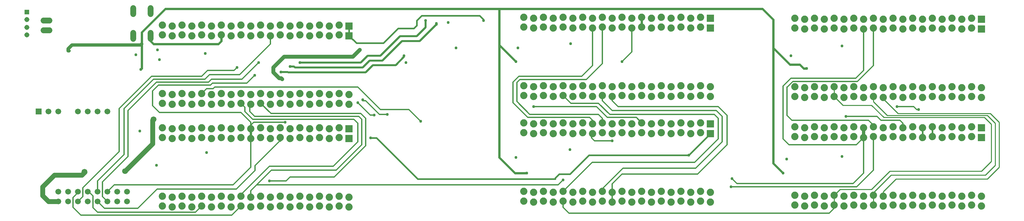
<source format=gbr>
G04 EAGLE Gerber RS-274X export*
G75*
%MOMM*%
%FSLAX34Y34*%
%LPD*%
%INBottom Copper*%
%IPPOS*%
%AMOC8*
5,1,8,0,0,1.08239X$1,22.5*%
G01*
%ADD10R,1.879600X1.879600*%
%ADD11C,1.879600*%
%ADD12R,1.508000X1.508000*%
%ADD13C,1.508000*%
%ADD14C,1.524000*%
%ADD15R,1.308000X1.308000*%
%ADD16C,1.308000*%
%ADD17C,1.270000*%
%ADD18C,1.500000*%
%ADD19C,0.756400*%
%ADD20C,0.304800*%
%ADD21C,0.609600*%
%ADD22C,0.508000*%
%ADD23C,0.406400*%
%ADD24C,0.812800*%
%ADD25C,0.254000*%
%ADD26C,1.016000*%


D10*
X878840Y481330D03*
D11*
X853440Y483870D03*
X828040Y481330D03*
X802640Y483870D03*
X777240Y481330D03*
X751840Y483870D03*
X726440Y481330D03*
X701040Y483870D03*
X675640Y481330D03*
X650240Y483870D03*
X624840Y481330D03*
X599440Y483870D03*
X574040Y481330D03*
X548640Y483870D03*
X523240Y481330D03*
X497840Y483870D03*
X472440Y481330D03*
X447040Y483870D03*
X421640Y481330D03*
X396240Y483870D03*
X396240Y331470D03*
X421640Y328930D03*
X447040Y331470D03*
X472440Y328930D03*
X497840Y331470D03*
X523240Y328930D03*
X548640Y331470D03*
X574040Y328930D03*
X599440Y331470D03*
X624840Y328930D03*
X650240Y331470D03*
X675640Y328930D03*
X701040Y331470D03*
X726440Y328930D03*
X751840Y331470D03*
X777240Y328930D03*
X802640Y331470D03*
X828040Y328930D03*
X853440Y331470D03*
X878840Y328930D03*
X396240Y306070D03*
X421640Y303530D03*
X447040Y306070D03*
X472440Y303530D03*
X497840Y306070D03*
X523240Y303530D03*
X548640Y306070D03*
X574040Y303530D03*
X599440Y306070D03*
X624840Y303530D03*
X650240Y306070D03*
X675640Y303530D03*
X701040Y306070D03*
X726440Y303530D03*
X751840Y306070D03*
X777240Y303530D03*
X802640Y306070D03*
X828040Y303530D03*
X853440Y306070D03*
X878840Y303530D03*
D10*
X878840Y506730D03*
D11*
X853440Y509270D03*
X828040Y506730D03*
X802640Y509270D03*
X777240Y506730D03*
X751840Y509270D03*
X726440Y506730D03*
X701040Y509270D03*
X675640Y506730D03*
X650240Y509270D03*
X624840Y506730D03*
X599440Y509270D03*
X574040Y506730D03*
X548640Y509270D03*
X523240Y506730D03*
X497840Y509270D03*
X472440Y506730D03*
X447040Y509270D03*
X421640Y506730D03*
X396240Y509270D03*
D12*
X76200Y284660D03*
D13*
X101600Y284660D03*
X127000Y284660D03*
X177800Y284660D03*
X203200Y284660D03*
X228600Y284660D03*
X254000Y284660D03*
D14*
X104140Y520700D02*
X88900Y520700D01*
X88900Y495300D02*
X104140Y495300D01*
D15*
X45720Y543080D03*
D16*
X45720Y523080D03*
X45720Y503080D03*
X45720Y483080D03*
D13*
X127000Y50800D03*
X127000Y76200D03*
X152400Y50800D03*
X152400Y76200D03*
X177800Y50800D03*
X177800Y76200D03*
X203200Y50800D03*
X203200Y76200D03*
X228600Y50800D03*
X228600Y76200D03*
X254000Y50800D03*
X254000Y76200D03*
X279400Y50800D03*
X279400Y76200D03*
X304800Y50800D03*
X304800Y76200D03*
D10*
X878840Y214630D03*
D11*
X853440Y217170D03*
X828040Y214630D03*
X802640Y217170D03*
X777240Y214630D03*
X751840Y217170D03*
X726440Y214630D03*
X701040Y217170D03*
X675640Y214630D03*
X650240Y217170D03*
X624840Y214630D03*
X599440Y217170D03*
X574040Y214630D03*
X548640Y217170D03*
X523240Y214630D03*
X497840Y217170D03*
X472440Y214630D03*
X447040Y217170D03*
X421640Y214630D03*
X396240Y217170D03*
X396240Y64770D03*
X421640Y62230D03*
X447040Y64770D03*
X472440Y62230D03*
X497840Y64770D03*
X523240Y62230D03*
X548640Y64770D03*
X574040Y62230D03*
X599440Y64770D03*
X624840Y62230D03*
X650240Y64770D03*
X675640Y62230D03*
X701040Y64770D03*
X726440Y62230D03*
X751840Y64770D03*
X777240Y62230D03*
X802640Y64770D03*
X828040Y62230D03*
X853440Y64770D03*
X878840Y62230D03*
X396240Y39370D03*
X421640Y36830D03*
X447040Y39370D03*
X472440Y36830D03*
X497840Y39370D03*
X523240Y36830D03*
X548640Y39370D03*
X574040Y36830D03*
X599440Y39370D03*
X624840Y36830D03*
X650240Y39370D03*
X675640Y36830D03*
X701040Y39370D03*
X726440Y36830D03*
X751840Y39370D03*
X777240Y36830D03*
X802640Y39370D03*
X828040Y36830D03*
X853440Y39370D03*
X878840Y36830D03*
D10*
X878840Y240030D03*
D11*
X853440Y242570D03*
X828040Y240030D03*
X802640Y242570D03*
X777240Y240030D03*
X751840Y242570D03*
X726440Y240030D03*
X701040Y242570D03*
X675640Y240030D03*
X650240Y242570D03*
X624840Y240030D03*
X599440Y242570D03*
X574040Y240030D03*
X548640Y242570D03*
X523240Y240030D03*
X497840Y242570D03*
X472440Y240030D03*
X447040Y242570D03*
X421640Y240030D03*
X396240Y242570D03*
D10*
X1813560Y501650D03*
D11*
X1788160Y504190D03*
X1762760Y501650D03*
X1737360Y504190D03*
X1711960Y501650D03*
X1686560Y504190D03*
X1661160Y501650D03*
X1635760Y504190D03*
X1610360Y501650D03*
X1584960Y504190D03*
X1559560Y501650D03*
X1534160Y504190D03*
X1508760Y501650D03*
X1483360Y504190D03*
X1457960Y501650D03*
X1432560Y504190D03*
X1407160Y501650D03*
X1381760Y504190D03*
X1356360Y501650D03*
X1330960Y504190D03*
X1330960Y351790D03*
X1356360Y349250D03*
X1381760Y351790D03*
X1407160Y349250D03*
X1432560Y351790D03*
X1457960Y349250D03*
X1483360Y351790D03*
X1508760Y349250D03*
X1534160Y351790D03*
X1559560Y349250D03*
X1584960Y351790D03*
X1610360Y349250D03*
X1635760Y351790D03*
X1661160Y349250D03*
X1686560Y351790D03*
X1711960Y349250D03*
X1737360Y351790D03*
X1762760Y349250D03*
X1788160Y351790D03*
X1813560Y349250D03*
X1330960Y326390D03*
X1356360Y323850D03*
X1381760Y326390D03*
X1407160Y323850D03*
X1432560Y326390D03*
X1457960Y323850D03*
X1483360Y326390D03*
X1508760Y323850D03*
X1534160Y326390D03*
X1559560Y323850D03*
X1584960Y326390D03*
X1610360Y323850D03*
X1635760Y326390D03*
X1661160Y323850D03*
X1686560Y326390D03*
X1711960Y323850D03*
X1737360Y326390D03*
X1762760Y323850D03*
X1788160Y326390D03*
X1813560Y323850D03*
D10*
X1813560Y527050D03*
D11*
X1788160Y529590D03*
X1762760Y527050D03*
X1737360Y529590D03*
X1711960Y527050D03*
X1686560Y529590D03*
X1661160Y527050D03*
X1635760Y529590D03*
X1610360Y527050D03*
X1584960Y529590D03*
X1559560Y527050D03*
X1534160Y529590D03*
X1508760Y527050D03*
X1483360Y529590D03*
X1457960Y527050D03*
X1432560Y529590D03*
X1407160Y527050D03*
X1381760Y529590D03*
X1356360Y527050D03*
X1330960Y529590D03*
D10*
X1813560Y227330D03*
D11*
X1788160Y229870D03*
X1762760Y227330D03*
X1737360Y229870D03*
X1711960Y227330D03*
X1686560Y229870D03*
X1661160Y227330D03*
X1635760Y229870D03*
X1610360Y227330D03*
X1584960Y229870D03*
X1559560Y227330D03*
X1534160Y229870D03*
X1508760Y227330D03*
X1483360Y229870D03*
X1457960Y227330D03*
X1432560Y229870D03*
X1407160Y227330D03*
X1381760Y229870D03*
X1356360Y227330D03*
X1330960Y229870D03*
X1330960Y77470D03*
X1356360Y74930D03*
X1381760Y77470D03*
X1407160Y74930D03*
X1432560Y77470D03*
X1457960Y74930D03*
X1483360Y77470D03*
X1508760Y74930D03*
X1534160Y77470D03*
X1559560Y74930D03*
X1584960Y77470D03*
X1610360Y74930D03*
X1635760Y77470D03*
X1661160Y74930D03*
X1686560Y77470D03*
X1711960Y74930D03*
X1737360Y77470D03*
X1762760Y74930D03*
X1788160Y77470D03*
X1813560Y74930D03*
X1330960Y52070D03*
X1356360Y49530D03*
X1381760Y52070D03*
X1407160Y49530D03*
X1432560Y52070D03*
X1457960Y49530D03*
X1483360Y52070D03*
X1508760Y49530D03*
X1534160Y52070D03*
X1559560Y49530D03*
X1584960Y52070D03*
X1610360Y49530D03*
X1635760Y52070D03*
X1661160Y49530D03*
X1686560Y52070D03*
X1711960Y49530D03*
X1737360Y52070D03*
X1762760Y49530D03*
X1788160Y52070D03*
X1813560Y49530D03*
D10*
X1813560Y252730D03*
D11*
X1788160Y255270D03*
X1762760Y252730D03*
X1737360Y255270D03*
X1711960Y252730D03*
X1686560Y255270D03*
X1661160Y252730D03*
X1635760Y255270D03*
X1610360Y252730D03*
X1584960Y255270D03*
X1559560Y252730D03*
X1534160Y255270D03*
X1508760Y252730D03*
X1483360Y255270D03*
X1457960Y252730D03*
X1432560Y255270D03*
X1407160Y252730D03*
X1381760Y255270D03*
X1356360Y252730D03*
X1330960Y255270D03*
D10*
X2514600Y499110D03*
D11*
X2489200Y501650D03*
X2463800Y499110D03*
X2438400Y501650D03*
X2413000Y499110D03*
X2387600Y501650D03*
X2362200Y499110D03*
X2336800Y501650D03*
X2311400Y499110D03*
X2286000Y501650D03*
X2260600Y499110D03*
X2235200Y501650D03*
X2209800Y499110D03*
X2184400Y501650D03*
X2159000Y499110D03*
X2133600Y501650D03*
X2108200Y499110D03*
X2082800Y501650D03*
X2057400Y499110D03*
X2032000Y501650D03*
X2032000Y349250D03*
X2057400Y346710D03*
X2082800Y349250D03*
X2108200Y346710D03*
X2133600Y349250D03*
X2159000Y346710D03*
X2184400Y349250D03*
X2209800Y346710D03*
X2235200Y349250D03*
X2260600Y346710D03*
X2286000Y349250D03*
X2311400Y346710D03*
X2336800Y349250D03*
X2362200Y346710D03*
X2387600Y349250D03*
X2413000Y346710D03*
X2438400Y349250D03*
X2463800Y346710D03*
X2489200Y349250D03*
X2514600Y346710D03*
X2032000Y323850D03*
X2057400Y321310D03*
X2082800Y323850D03*
X2108200Y321310D03*
X2133600Y323850D03*
X2159000Y321310D03*
X2184400Y323850D03*
X2209800Y321310D03*
X2235200Y323850D03*
X2260600Y321310D03*
X2286000Y323850D03*
X2311400Y321310D03*
X2336800Y323850D03*
X2362200Y321310D03*
X2387600Y323850D03*
X2413000Y321310D03*
X2438400Y323850D03*
X2463800Y321310D03*
X2489200Y323850D03*
X2514600Y321310D03*
D10*
X2514600Y524510D03*
D11*
X2489200Y527050D03*
X2463800Y524510D03*
X2438400Y527050D03*
X2413000Y524510D03*
X2387600Y527050D03*
X2362200Y524510D03*
X2336800Y527050D03*
X2311400Y524510D03*
X2286000Y527050D03*
X2260600Y524510D03*
X2235200Y527050D03*
X2209800Y524510D03*
X2184400Y527050D03*
X2159000Y524510D03*
X2133600Y527050D03*
X2108200Y524510D03*
X2082800Y527050D03*
X2057400Y524510D03*
X2032000Y527050D03*
D10*
X2514600Y217170D03*
D11*
X2489200Y219710D03*
X2463800Y217170D03*
X2438400Y219710D03*
X2413000Y217170D03*
X2387600Y219710D03*
X2362200Y217170D03*
X2336800Y219710D03*
X2311400Y217170D03*
X2286000Y219710D03*
X2260600Y217170D03*
X2235200Y219710D03*
X2209800Y217170D03*
X2184400Y219710D03*
X2159000Y217170D03*
X2133600Y219710D03*
X2108200Y217170D03*
X2082800Y219710D03*
X2057400Y217170D03*
X2032000Y219710D03*
X2032000Y67310D03*
X2057400Y64770D03*
X2082800Y67310D03*
X2108200Y64770D03*
X2133600Y67310D03*
X2159000Y64770D03*
X2184400Y67310D03*
X2209800Y64770D03*
X2235200Y67310D03*
X2260600Y64770D03*
X2286000Y67310D03*
X2311400Y64770D03*
X2336800Y67310D03*
X2362200Y64770D03*
X2387600Y67310D03*
X2413000Y64770D03*
X2438400Y67310D03*
X2463800Y64770D03*
X2489200Y67310D03*
X2514600Y64770D03*
X2032000Y41910D03*
X2057400Y39370D03*
X2082800Y41910D03*
X2108200Y39370D03*
X2133600Y41910D03*
X2159000Y39370D03*
X2184400Y41910D03*
X2209800Y39370D03*
X2235200Y41910D03*
X2260600Y39370D03*
X2286000Y41910D03*
X2311400Y39370D03*
X2336800Y41910D03*
X2362200Y39370D03*
X2387600Y41910D03*
X2413000Y39370D03*
X2438400Y41910D03*
X2463800Y39370D03*
X2489200Y41910D03*
X2514600Y39370D03*
D10*
X2514600Y242570D03*
D11*
X2489200Y245110D03*
X2463800Y242570D03*
X2438400Y245110D03*
X2413000Y242570D03*
X2387600Y245110D03*
X2362200Y242570D03*
X2336800Y245110D03*
X2311400Y242570D03*
X2286000Y245110D03*
X2260600Y242570D03*
X2235200Y245110D03*
X2209800Y242570D03*
X2184400Y245110D03*
X2159000Y242570D03*
X2133600Y245110D03*
X2108200Y242570D03*
X2082800Y245110D03*
X2057400Y242570D03*
X2032000Y245110D03*
D14*
X365506Y537972D02*
X365506Y553212D01*
X320294Y553212D02*
X320294Y537972D01*
X365506Y488188D02*
X365506Y472948D01*
X320294Y472948D02*
X320294Y488188D01*
D17*
X127000Y50800D02*
X101600Y50800D01*
X86360Y66040D01*
X86360Y88900D01*
X116840Y119380D01*
X187960Y119380D02*
X195580Y127000D01*
X194310Y128270D01*
D18*
X194310Y128270D03*
X299720Y129540D03*
D17*
X370840Y200660D01*
X370840Y261620D02*
X373380Y264160D01*
D18*
X373380Y264160D03*
D17*
X187960Y119380D02*
X116840Y119380D01*
X370840Y200660D02*
X370840Y261620D01*
D19*
X1155700Y449580D03*
X1026160Y411480D03*
X1135380Y515620D03*
D20*
X228600Y104140D02*
X228600Y76200D01*
X297180Y172720D02*
X297180Y292100D01*
X373380Y368300D01*
X517859Y380238D02*
X596138Y380238D01*
X517859Y380238D02*
X505921Y368300D01*
X675640Y459740D02*
X675640Y481330D01*
X297180Y172720D02*
X228600Y104140D01*
X373380Y368300D02*
X505921Y368300D01*
X596138Y380238D02*
X675640Y459740D01*
D19*
X2164080Y271780D03*
D20*
X2244526Y271780D01*
X2254686Y261620D01*
X2303780Y261620D01*
X2311400Y254000D02*
X2311400Y242570D01*
X2311400Y254000D02*
X2303780Y261620D01*
X1610360Y439420D02*
X1610360Y501650D01*
X1610360Y439420D02*
X1584960Y414020D01*
D19*
X1584960Y414020D03*
X943610Y275590D03*
D20*
X933450Y275590D01*
X901700Y307340D01*
D19*
X901700Y307340D03*
D20*
X271780Y93980D02*
X254000Y76200D01*
X624840Y139700D02*
X624840Y214630D01*
X579120Y93980D02*
X271780Y93980D01*
X579120Y93980D02*
X624840Y139700D01*
D21*
X624840Y233680D02*
X624840Y240030D01*
X624840Y233680D02*
X624840Y214630D01*
D19*
X635000Y378460D03*
D20*
X614680Y358140D01*
X525780Y358140D02*
X520700Y353060D01*
X386080Y353060D01*
X370840Y337820D01*
X370840Y299720D01*
X388620Y281940D01*
X599440Y281940D02*
X624840Y256540D01*
X624840Y248920D01*
X624840Y233680D01*
X614680Y358140D02*
X525780Y358140D01*
X599440Y281940D02*
X388620Y281940D01*
D19*
X713740Y256540D03*
D20*
X632460Y256540D01*
X624840Y248920D01*
D19*
X702310Y387350D03*
D22*
X720090Y387350D01*
X721360Y386080D01*
X921530Y386080D01*
X940453Y405003D01*
X999363Y405003D01*
D19*
X1021080Y429260D03*
D22*
X1021080Y426720D02*
X999363Y405003D01*
X1021080Y426720D02*
X1021080Y429260D01*
D20*
X676910Y279400D02*
X650240Y306070D01*
X676910Y279400D02*
X909320Y279400D01*
X922020Y266700D01*
X922020Y195580D01*
X840740Y114300D01*
X726440Y114300D01*
D19*
X673100Y104112D03*
D20*
X716280Y104140D02*
X726440Y114300D01*
X673100Y104140D02*
X673100Y104112D01*
X673100Y104140D02*
X716280Y104140D01*
D23*
X878840Y481330D02*
X878840Y506730D01*
X878840Y481330D02*
X897890Y462280D01*
X1005840Y500380D02*
X1046480Y500380D01*
X1054100Y508000D01*
X1054100Y520700D01*
X1066800Y533400D01*
X1216660Y533400D02*
X1226820Y523240D01*
X1226820Y520700D01*
D19*
X1226820Y520700D03*
D23*
X967740Y462280D02*
X897890Y462280D01*
X967740Y462280D02*
X1005840Y500380D01*
X1066800Y533400D02*
X1216660Y533400D01*
D19*
X1757680Y171168D03*
D23*
X1813560Y227048D01*
X1813560Y227330D01*
X1757680Y171168D02*
X1499588Y171168D01*
X1450340Y121920D01*
X1422400Y121920D01*
X1412240Y111760D01*
X1412240Y109220D01*
X1056640Y109220D01*
X949960Y215900D01*
X934720Y215900D01*
D19*
X934720Y215900D03*
D20*
X246380Y33020D02*
X228600Y50800D01*
X382778Y83058D02*
X587672Y83058D01*
X635762Y131148D01*
X635762Y144272D01*
X701040Y209550D01*
D21*
X701040Y217170D01*
D20*
X332740Y33020D02*
X246380Y33020D01*
X332740Y33020D02*
X382778Y83058D01*
D21*
X1635760Y504190D02*
X1635760Y529590D01*
D19*
X2296160Y297180D03*
D20*
X2346960Y289560D02*
X2352040Y289560D01*
X2339340Y297180D02*
X2296160Y297180D01*
X2339340Y297180D02*
X2346960Y289560D01*
D19*
X2352040Y289560D03*
D20*
X1635760Y255270D02*
X1621790Y269240D01*
D19*
X1356360Y297180D03*
X977900Y276860D03*
D20*
X957580Y276860D01*
X922020Y312420D02*
X914400Y312420D01*
X914400Y314960D01*
D19*
X914400Y314960D03*
D20*
X1546860Y269240D02*
X1621790Y269240D01*
X1546860Y269240D02*
X1518920Y297180D01*
X1356360Y297180D01*
X957580Y276860D02*
X922020Y312420D01*
D19*
X327660Y431800D03*
X381000Y144780D03*
X1310736Y165196D03*
X2010636Y161290D03*
X388620Y419100D03*
X1315720Y449580D03*
X2021840Y429260D03*
X506730Y435610D03*
X1451610Y461010D03*
X2153920Y454660D03*
X337820Y233680D03*
X510540Y177800D03*
X1450340Y185420D03*
X2153920Y167640D03*
X383540Y444500D03*
X2062480Y396240D03*
D21*
X2054860Y396240D01*
X2044700Y406400D01*
X2019300Y406400D01*
X1976120Y449580D01*
X1976120Y523240D02*
X1948180Y551180D01*
X1267460Y551180D01*
X403860Y551180D01*
X342900Y490220D01*
D19*
X2001520Y124460D03*
D21*
X1976120Y149860D01*
X1976120Y449580D02*
X1976120Y523240D01*
X1976120Y449580D02*
X1976120Y149860D01*
D19*
X1338580Y124460D03*
D21*
X1308100Y124460D01*
X1267460Y165100D01*
X1267460Y457200D01*
X1267460Y551180D01*
D19*
X1310640Y414020D03*
D21*
X1267460Y457200D01*
D19*
X340360Y393700D03*
D21*
X342900Y459740D02*
X342900Y490220D01*
X342900Y459740D02*
X342900Y396240D01*
X340360Y393700D01*
D24*
X340360Y457200D02*
X342900Y459740D01*
X340360Y457200D02*
X162560Y457200D01*
X152400Y447040D01*
X152400Y441960D01*
X154940Y441960D01*
D19*
X154940Y441960D03*
D20*
X2235200Y403860D02*
X2235200Y501650D01*
X2235200Y403860D02*
X2193798Y362458D01*
X2026529Y362458D01*
X2012051Y347980D02*
X2011680Y347980D01*
X2012051Y347980D02*
X2026529Y362458D01*
X2011680Y347980D02*
X2011680Y274320D01*
X2024380Y261620D01*
X2222500Y261620D02*
X2235200Y248920D01*
X2235200Y245110D01*
X2222500Y261620D02*
X2024380Y261620D01*
X2235200Y219710D02*
X2235200Y132080D01*
X2192020Y88900D01*
X1866900Y88900D01*
D19*
X1866900Y88900D03*
D20*
X1534160Y408940D02*
X1534160Y504190D01*
X1534160Y408940D02*
X1492758Y367538D01*
X1320409Y367538D01*
X1312672Y359801D01*
X1312672Y310388D01*
X1346200Y276860D02*
X1524000Y276860D01*
X1534160Y266700D01*
X1534160Y255270D01*
X1346200Y276860D02*
X1312672Y310388D01*
D24*
X2209800Y242570D02*
X2209800Y217170D01*
D20*
X2190750Y198120D01*
X2016760Y198120D02*
X2001520Y213360D01*
X2001520Y350520D01*
X2021840Y370840D02*
X2189480Y370840D01*
X2209800Y391160D01*
X2209800Y499110D01*
X2190750Y198120D02*
X2016760Y198120D01*
X2001520Y350520D02*
X2021840Y370840D01*
X2209800Y217170D02*
X2209800Y124460D01*
X2182330Y96990D02*
X1881670Y96990D01*
X1868970Y109690D01*
X2182330Y96990D02*
X2209800Y124460D01*
D19*
X1868970Y109690D03*
X1559560Y208280D03*
D20*
X1513840Y208280D01*
X1506220Y215900D01*
X1506220Y224790D01*
X1508760Y227330D01*
X1508760Y403860D02*
X1508760Y501650D01*
X1480820Y375920D02*
X1318260Y375920D01*
X1303020Y360680D01*
X1303020Y307340D01*
X1341120Y269240D01*
X1501140Y269240D01*
X1508760Y261620D01*
X1508760Y252730D01*
X1480820Y375920D02*
X1508760Y403860D01*
X190500Y63500D02*
X177800Y50800D01*
X190500Y63500D02*
X190500Y86360D01*
X284480Y180340D01*
X284480Y292100D01*
X368300Y375920D01*
X497840Y375920D02*
X513080Y391160D01*
X581660Y391160D01*
X589280Y398780D01*
D19*
X589280Y398780D03*
D20*
X497840Y375920D02*
X368300Y375920D01*
D25*
X2260600Y76200D02*
X2260600Y64770D01*
X2293620Y109220D02*
X2529840Y109220D01*
X2560320Y139700D01*
X2560320Y256540D01*
X2537460Y279400D01*
X2298700Y279400D02*
X2260600Y317500D01*
X2260600Y321310D01*
X2293620Y109220D02*
X2260600Y76200D01*
X2298700Y279400D02*
X2537460Y279400D01*
D20*
X1559560Y74930D02*
X1559560Y49530D01*
X1559560Y74930D02*
X1559560Y96520D01*
X1584960Y121920D02*
X1780540Y121920D01*
X1856740Y198120D01*
X1833880Y297180D02*
X1574800Y297180D01*
X1559560Y312420D01*
X1559560Y323850D01*
X1584960Y121920D02*
X1559560Y96520D01*
X1856740Y198120D02*
X1856740Y274320D01*
X1833880Y297180D01*
X1419860Y93980D02*
X640080Y93980D01*
X1419860Y93980D02*
X1432560Y106680D01*
D19*
X1432560Y106680D03*
D20*
X640080Y93980D02*
X624840Y78740D01*
X624840Y62230D01*
X845874Y132080D02*
X911860Y198066D01*
X911860Y264160D01*
X904240Y271780D01*
X635000Y271780D02*
X622300Y284480D01*
X622300Y300990D01*
X624840Y303530D01*
X678180Y132080D02*
X640080Y93980D01*
X678180Y132080D02*
X845874Y132080D01*
X904240Y271780D02*
X635000Y271780D01*
X177800Y76200D02*
X177800Y73660D01*
X165100Y60960D01*
X165100Y35560D01*
X185420Y15240D01*
X575310Y15240D01*
X599440Y39370D01*
D25*
X2235200Y41910D02*
X2235200Y73660D01*
X2280920Y119380D01*
X2524760Y119380D02*
X2550160Y144780D01*
X2550160Y254000D01*
X2235200Y309880D02*
X2235200Y323850D01*
X2280920Y119380D02*
X2524760Y119380D01*
X2550160Y254000D02*
X2529840Y274320D01*
X2270760Y274320D01*
X2235200Y309880D01*
D20*
X1534160Y83820D02*
X1534160Y77470D01*
X1534160Y83820D02*
X1587500Y137160D01*
X1775460Y137160D01*
X1843786Y205486D01*
X1828800Y287020D02*
X1559560Y287020D01*
X1534160Y312420D01*
X1534160Y326390D01*
X1843786Y272034D02*
X1843786Y205486D01*
X1843786Y272034D02*
X1828800Y287020D01*
X609600Y295910D02*
X599440Y306070D01*
X609600Y295910D02*
X609600Y284480D01*
X629920Y264160D01*
X891540Y264160D02*
X901700Y254000D01*
X901700Y205740D01*
X838200Y142240D02*
X673100Y142240D01*
X599440Y68580D02*
X599440Y64770D01*
X599440Y68580D02*
X673100Y142240D01*
X629920Y264160D02*
X891540Y264160D01*
X901700Y205740D02*
X838200Y142240D01*
X216488Y65452D02*
X216488Y34972D01*
X228600Y22860D01*
X481330Y22860D02*
X497840Y39370D01*
X205740Y76200D02*
X203200Y76200D01*
X205740Y76200D02*
X216488Y65452D01*
X228600Y22860D02*
X481330Y22860D01*
D25*
X2230120Y300990D02*
X2261870Y269240D01*
X2230120Y300990D02*
X2156460Y300990D01*
X2133600Y323850D01*
X2522220Y269240D02*
X2540000Y251460D01*
X2540000Y154940D01*
X2277110Y129540D02*
X2230120Y82550D01*
X2148840Y82550D01*
X2133600Y67310D01*
X2261870Y269240D02*
X2522220Y269240D01*
X2540000Y154940D02*
X2514600Y129540D01*
X2277110Y129540D01*
X2133600Y67310D02*
X2133600Y41910D01*
X2133600Y323850D02*
X2133600Y349250D01*
D20*
X1507490Y152400D02*
X1432560Y77470D01*
X1772920Y152400D02*
X1833880Y213360D01*
X1833880Y266700D01*
X1823720Y276860D02*
X1553210Y276860D01*
X1524000Y306070D02*
X1452880Y306070D01*
X1432560Y326390D01*
X1524000Y306070D02*
X1553210Y276860D01*
X1507490Y152400D02*
X1772920Y152400D01*
X1833880Y266700D02*
X1823720Y276860D01*
X2133600Y41910D02*
X2133600Y33020D01*
X2120900Y20320D01*
X1447800Y20320D01*
X1432560Y35560D01*
X1432560Y52070D01*
D19*
X1064260Y259080D03*
D20*
X1033780Y289560D01*
X960120Y289560D02*
X901700Y347980D01*
X531231Y347980D01*
X960120Y289560D02*
X1033780Y289560D01*
X531231Y347980D02*
X527421Y344170D01*
X510540Y344170D02*
X497840Y331470D01*
X510540Y344170D02*
X527421Y344170D01*
D19*
X645160Y411480D03*
D20*
X601980Y368300D01*
X523240Y368300D01*
X515620Y360680D01*
X381000Y360680D01*
X307340Y287020D01*
X307340Y167640D02*
X241300Y101600D01*
X241300Y63500D01*
X254000Y50800D01*
X307340Y167640D02*
X307340Y287020D01*
D19*
X706120Y368300D03*
D26*
X703580Y370840D01*
X698500Y370840D01*
X683260Y386080D01*
X683260Y398780D01*
X711200Y426720D02*
X889000Y426720D01*
X906780Y444500D01*
X711200Y426720D02*
X683260Y398780D01*
D19*
X906780Y444500D03*
X751840Y411480D03*
D22*
X909320Y411480D01*
X927100Y429260D01*
X960120Y429260D01*
X1076960Y502920D02*
X1076960Y520700D01*
X1076960Y502920D02*
X1054100Y480060D01*
X1010920Y480060D01*
D19*
X1076960Y520700D03*
D22*
X1010920Y480060D02*
X960120Y429260D01*
D19*
X726440Y401320D03*
D22*
X736600Y401320D01*
X739140Y398780D01*
X914400Y398780D01*
X932180Y416560D01*
X965200Y416560D01*
X1016000Y467360D02*
X1061720Y467360D01*
X1104900Y510540D01*
D21*
X1104900Y513080D01*
D19*
X1104900Y513080D03*
D22*
X1016000Y467360D02*
X965200Y416560D01*
D23*
X2387600Y245110D02*
X2387600Y219710D01*
X2362200Y217170D02*
X2362200Y242570D01*
D21*
X365760Y480314D02*
X365506Y480568D01*
X365760Y480314D02*
X365760Y467360D01*
X373380Y459740D01*
X548640Y467360D02*
X548640Y483870D01*
X541020Y459740D02*
X373380Y459740D01*
X541020Y459740D02*
X548640Y467360D01*
M02*

</source>
